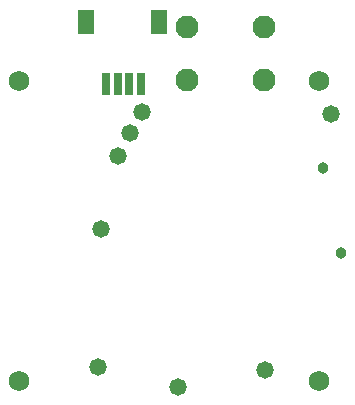
<source format=gts>
G04*
G04 #@! TF.GenerationSoftware,Altium Limited,Altium Designer,20.0.14 (345)*
G04*
G04 Layer_Color=8388736*
%FSLAX25Y25*%
%MOIN*%
G70*
G01*
G75*
%ADD15R,0.05524X0.07887*%
%ADD16R,0.03162X0.07493*%
%ADD17C,0.07690*%
%ADD18C,0.06800*%
%ADD19C,0.05800*%
%ADD20C,0.03800*%
D15*
X47370Y144669D02*
D03*
X71780D02*
D03*
D16*
X54063Y124000D02*
D03*
X58000D02*
D03*
X61937D02*
D03*
X65874D02*
D03*
D17*
X81205Y125142D02*
D03*
X106795D02*
D03*
X81205Y142858D02*
D03*
X106795D02*
D03*
D18*
X125000Y25000D02*
D03*
Y125000D02*
D03*
X25000D02*
D03*
Y25000D02*
D03*
D19*
X51500Y29500D02*
D03*
X62000Y107500D02*
D03*
X58000Y100000D02*
D03*
X66000Y114500D02*
D03*
X129000Y114000D02*
D03*
X52461Y75543D02*
D03*
X78000Y23004D02*
D03*
X107000Y28504D02*
D03*
D20*
X132500Y67500D02*
D03*
X126500Y96000D02*
D03*
M02*

</source>
